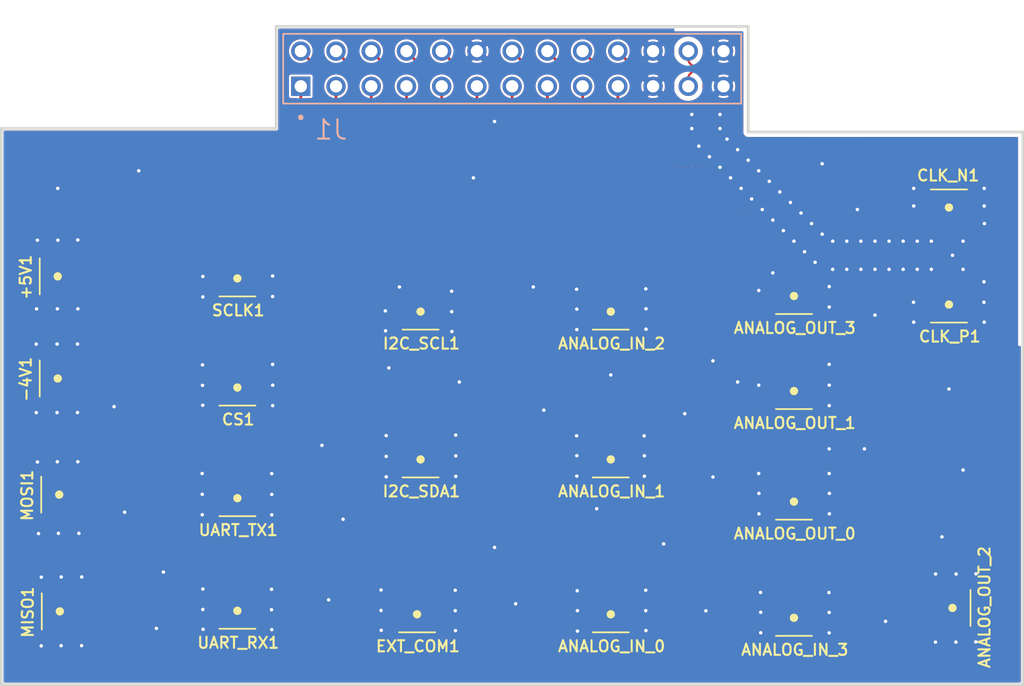
<source format=kicad_pcb>
(kicad_pcb (version 20211014) (generator pcbnew)
  (layers (0 "F.Cu" signal) (1 "In1.Cu" signal) (2 "In2.Cu" signal) (31 "B.Cu" signal) (34 "B.Paste" user) (35 "F.Paste" user) (36 "B.SilkS" user "B.Silkscreen") (37 "F.SilkS" user "F.Silkscreen") (38 "B.Mask" user) (39 "F.Mask" user) (44 "Edge.Cuts" user))
  (net 0 "")
  (net 1 "GND")
  (net 2 "/CLK_N")
  (net 3 "/CLK_P")
  (net 4 "/miso")
  (net 5 "/ext_com")
  (net 6 "/cs")
  (net 7 "/uart_rx")
  (net 8 "/ao1")
  (net 9 "/ai3")
  (net 10 "/i2c_sda")
  (net 11 "/ao3")
  (net 12 "/ao2")
  (net 13 "/m4v")
  (net 14 "/i2c_scl")
  (net 15 "/p5v")
  (net 16 "/mosi")
  (net 17 "/sclk")
  (net 18 "/uart_tx")
  (net 19 "/ai2")
  (net 20 "/ao0")
  (net 21 "/ai1")
  (net 22 "/ai0")
  (footprint "U:HRS_U.FL-R-SMT-1(10)" (layer "F.Cu") (at 153.67 50.184 180)
    (fp_text reference "ANALOG_OUT_1")
    (fp_text value "U.FL-R-SMT-1(10)" hide)
  )
  (footprint "U:HRS_U.FL-R-SMT-1(10)" (layer "F.Cu") (at 100.584 41.91 90)
    (fp_text reference "+5V1")
    (fp_text value "U.FL-R-SMT-1(10)" hide)
  )
  (footprint "U:HRS_U.FL-R-SMT-1(10)" (layer "F.Cu") (at 126.746 55.118 180)
    (fp_text reference "I2C_SDA1")
    (fp_text value "U.FL-R-SMT-1(10)" hide)
  )
  (footprint "U:HRS_U.FL-R-SMT-1(10)" (layer "F.Cu") (at 153.67 66.548 180)
    (fp_text reference "ANALOG_IN_3")
    (fp_text value "U.FL-R-SMT-1(10)" hide)
  )
  (footprint "U:HRS_U.FL-R-SMT-1(10)" (layer "F.Cu") (at 100.584 49.276 90)
    (fp_text reference "-4V1")
    (fp_text value "U.FL-R-SMT-1(10)" hide)
  )
  (footprint "U:HRS_U.FL-R-SMT-1(10)" (layer "F.Cu") (at 113.538 66.04 180)
    (fp_text reference "UART_RX1")
    (fp_text value "U.FL-R-SMT-1(10)" hide)
  )
  (footprint "U:HRS_U.FL-R-SMT-1(10)" (layer "F.Cu") (at 140.462 66.294 180)
    (fp_text reference "ANALOG_IN_0")
    (fp_text value "U.FL-R-SMT-1(10)" hide)
  )
  (footprint "U:HRS_U.FL-R-SMT-1(10)" (layer "F.Cu") (at 113.538 57.912 180)
    (fp_text reference "UART_TX1")
    (fp_text value "U.FL-R-SMT-1(10)" hide)
  )
  (footprint "U:HRS_U.FL-R-SMT-1(10)" (layer "F.Cu") (at 126.492 66.294 180)
    (fp_text reference "EXT_COM1")
    (fp_text value "U.FL-R-SMT-1(10)" hide)
  )
  (footprint "U:HRS_U.FL-R-SMT-1(10)" (layer "F.Cu") (at 100.692 57.658 90)
    (fp_text reference "MOSI1")
    (fp_text value "U.FL-R-SMT-1(10)" hide)
  )
  (footprint "U:HRS_U.FL-R-SMT-1(10)" (layer "F.Cu") (at 140.462 55.118 180)
    (fp_text reference "ANALOG_IN_1")
    (fp_text value "U.FL-R-SMT-1(10)" hide)
  )
  (footprint "U:HRS_U.FL-R-SMT-1(10)" (layer "F.Cu") (at 140.462 44.45 180)
    (fp_text reference "ANALOG_IN_2")
    (fp_text value "U.FL-R-SMT-1(10)" hide)
  )
  (footprint "U:HRS_U.FL-R-SMT-1(10)" (layer "F.Cu") (at 164.846 36.938)
    (fp_text reference "CLK_N1")
    (fp_text value "U.FL-R-SMT-1(10)" hide)
  )
  (footprint "U:HRS_U.FL-R-SMT-1(10)" (layer "F.Cu") (at 165.1 65.835 -90)
    (fp_text reference "ANALOG_OUT_2")
    (fp_text value "U.FL-R-SMT-1(10)" hide)
  )
  (footprint "U:HRS_U.FL-R-SMT-1(10)" (layer "F.Cu") (at 113.538 49.93 180)
    (fp_text reference "CS1")
    (fp_text value "U.FL-R-SMT-1(10)" hide)
  )
  (footprint "U:HRS_U.FL-R-SMT-1(10)" (layer "F.Cu") (at 153.67 58.166 180)
    (fp_text reference "ANALOG_OUT_0")
    (fp_text value "U.FL-R-SMT-1(10)" hide)
  )
  (footprint "U:HRS_U.FL-R-SMT-1(10)" (layer "F.Cu") (at 100.733 66.083 90)
    (fp_text reference "MISO1")
    (fp_text value "U.FL-R-SMT-1(10)" hide)
  )
  (footprint "U:HRS_U.FL-R-SMT-1(10)" (layer "F.Cu") (at 153.67 43.326 180)
    (fp_text reference "ANALOG_OUT_3")
    (fp_text value "U.FL-R-SMT-1(10)" hide)
  )
  (footprint "U:HRS_U.FL-R-SMT-1(10)" (layer "F.Cu") (at 164.846 43.942 180)
    (fp_text reference "CLK_P1")
    (fp_text value "U.FL-R-SMT-1(10)" hide)
  )
  (footprint "U:HRS_U.FL-R-SMT-1(10)" (layer "F.Cu") (at 113.538 42.056 180)
    (fp_text reference "SCLK1")
    (fp_text value "U.FL-R-SMT-1(10)" hide)
  )
  (footprint "U:HRS_U.FL-R-SMT-1(10)" (layer "F.Cu") (at 126.746 44.45 180)
    (fp_text reference "I2C_SCL1")
    (fp_text value "U.FL-R-SMT-1(10)" hide)
  )
  (footprint "6-534206-3:TE_6-534206-3" (layer "B.Cu") (at 133.35 26.924)
    (fp_text reference "J1")
    (fp_text value "6-534206-3")
  )
  (gr_line (start 96.52 31.242) (end 96.52 71.374) (layer "Edge.Cuts") (width 0.2))
  (gr_line (start 170.18 71.374) (end 170.18 31.496) (layer "Edge.Cuts") (width 0.2))
  (gr_line (start 96.52 71.374) (end 170.18 71.374) (layer "Edge.Cuts") (width 0.2))
  (gr_line (start 116.332 23.876) (end 116.332 31.242) (layer "Edge.Cuts") (width 0.2))
  (gr_line (start 96.52 31.242) (end 116.332 31.242) (layer "Edge.Cuts") (width 0.2))
  (gr_line (start 150.368 23.876) (end 116.332 23.876) (layer "Edge.Cuts") (width 0.2))
  (gr_line (start 150.368 31.496) (end 170.18 31.496) (layer "Edge.Cuts") (width 0.2))
  (gr_line (start 150.368 23.876) (end 150.368 31.496) (layer "Edge.Cuts") (width 0.2))
  (via (at 152.146 37.846) (size 0.6) (drill 0.25) (layers "F.Cu" "B.Cu") (net 1))
  (via (at 135.636 51.562) (size 0.6) (drill 0.25) (layers "F.Cu" "B.Cu") (net 1))
  (via (at 162.306 45.212) (size 0.6) (drill 0.25) (layers "F.Cu" "B.Cu") (net 1))
  (via (at 102.108 60.452) (size 0.6) (drill 0.25) (layers "F.Cu" "B.Cu") (net 1))
  (via (at 100.837 63.6) (size 0.6) (drill 0.25) (layers "F.Cu" "B.Cu") (net 1))
  (via (at 150.622 36.322) (size 0.6) (drill 0.25) (layers "F.Cu" "B.Cu") (net 1))
  (via (at 147.32 66.04) (size 0.6) (drill 0.25) (layers "F.Cu" "B.Cu") (net 1))
  (via (at 140.462 49.022) (size 0.6) (drill 0.25) (layers "F.Cu" "B.Cu") (net 1))
  (via (at 161.544 41.402) (size 0.6) (drill 0.25) (layers "F.Cu" "B.Cu") (net 1))
  (via (at 165.862 41.402) (size 0.6) (drill 0.25) (layers "F.Cu" "B.Cu") (net 1))
  (via (at 138.012 56.324) (size 0.6) (drill 0.25) (layers "F.Cu" "B.Cu") (net 1))
  (via (at 165.862 55.88) (size 0.6) (drill 0.25) (layers "F.Cu" "B.Cu") (net 1))
  (via (at 151.892 35.052) (size 0.6) (drill 0.25) (layers "F.Cu" "B.Cu") (net 1))
  (via (at 129.261 67.4686) (size 0.6) (drill 0.25) (layers "F.Cu" "B.Cu") (net 1))
  (via (at 129.281 53.3636) (size 0.6) (drill 0.25) (layers "F.Cu" "B.Cu") (net 1))
  (via (at 99.198 60.467) (size 0.6) (drill 0.25) (layers "F.Cu" "B.Cu") (net 1))
  (via (at 163.576 39.37) (size 0.6) (drill 0.25) (layers "F.Cu" "B.Cu") (net 1))
  (via (at 111.047 41.915) (size 0.6) (drill 0.25) (layers "F.Cu" "B.Cu") (net 1))
  (via (at 100.584 35.56) (size 0.6) (drill 0.25) (layers "F.Cu" "B.Cu") (net 1))
  (via (at 100.827 68.555) (size 0.6) (drill 0.25) (layers "F.Cu" "B.Cu") (net 1))
  (via (at 99.402 63.615) (size 0.6) (drill 0.25) (layers "F.Cu" "B.Cu") (net 1))
  (via (at 107.696 67.31) (size 0.6) (drill 0.25) (layers "F.Cu" "B.Cu") (net 1))
  (via (at 129.246 66.0336) (size 0.6) (drill 0.25) (layers "F.Cu" "B.Cu") (net 1))
  (via (at 156.215 42.648) (size 0.6) (drill 0.25) (layers "F.Cu" "B.Cu") (net 1))
  (via (at 147.828 56.388) (size 0.6) (drill 0.25) (layers "F.Cu" "B.Cu") (net 1))
  (via (at 116.001 64.4886) (size 0.6) (drill 0.25) (layers "F.Cu" "B.Cu") (net 1))
  (via (at 116.018 57.643) (size 0.6) (drill 0.25) (layers "F.Cu" "B.Cu") (net 1))
  (via (at 102.008 46.791) (size 0.6) (drill 0.25) (layers "F.Cu" "B.Cu") (net 1))
  (via (at 116.083 51.235) (size 0.6) (drill 0.25) (layers "F.Cu" "B.Cu") (net 1))
  (via (at 99.033 46.796) (size 0.6) (drill 0.25) (layers "F.Cu" "B.Cu") (net 1))
  (via (at 116.013 56.143) (size 0.6) (drill 0.25) (layers "F.Cu" "B.Cu") (net 1))
  (via (at 144.272 61.214) (size 0.6) (drill 0.25) (layers "F.Cu" "B.Cu") (net 1))
  (via (at 162.56 41.402) (size 0.6) (drill 0.25) (layers "F.Cu" "B.Cu") (net 1))
  (via (at 150.368 33.528) (size 0.6) (drill 0.25) (layers "F.Cu" "B.Cu") (net 1))
  (via (at 167.386 45.212) (size 0.6) (drill 0.25) (layers "F.Cu" "B.Cu") (net 1))
  (via (at 151.259 64.715) (size 0.6) (drill 0.25) (layers "F.Cu" "B.Cu") (net 1))
  (via (at 151.145 59.044) (size 0.6) (drill 0.25) (layers "F.Cu" "B.Cu") (net 1))
  (via (at 156.209 66.16) (size 0.6) (drill 0.25) (layers "F.Cu" "B.Cu") (net 1))
  (via (at 163.884 63.3868) (size 0.6) (drill 0.25) (layers "F.Cu" "B.Cu") (net 1))
  (via (at 102.03 55.285) (size 0.6) (drill 0.25) (layers "F.Cu" "B.Cu") (net 1))
  (via (at 116.083 49.76) (size 0.6) (drill 0.25) (layers "F.Cu" "B.Cu") (net 1))
  (via (at 158.496 41.402) (size 0.6) (drill 0.25) (layers "F.Cu" "B.Cu") (net 1))
  (via (at 129.286 56.3386) (size 0.6) (drill 0.25) (layers "F.Cu" "B.Cu") (net 1))
  (via (at 102.033 44.251) (size 0.6) (drill 0.25) (layers "F.Cu" "B.Cu") (net 1))
  (via (at 111.046 64.4686) (size 0.6) (drill 0.25) (layers "F.Cu" "B.Cu") (net 1))
  (via (at 124.271 54.8986) (size 0.6) (drill 0.25) (layers "F.Cu" "B.Cu") (net 1))
  (via (at 156.464 41.402) (size 0.6) (drill 0.25) (layers "F.Cu" "B.Cu") (net 1))
  (via (at 137.997 53.414) (size 0.6) (drill 0.25) (layers "F.Cu" "B.Cu") (net 1))
  (via (at 124.46 48.514) (size 0.6) (drill 0.25) (layers "F.Cu" "B.Cu") (net 1))
  (via (at 99.058 44.256) (size 0.6) (drill 0.25) (layers "F.Cu" "B.Cu") (net 1))
  (via (at 151.145 57.569) (size 0.6) (drill 0.25) (layers "F.Cu" "B.Cu") (net 1))
  (via (at 154.94 38.1) (size 0.6) (drill 0.25) (layers "F.Cu" "B.Cu") (net 1))
  (via (at 153.416 36.576) (size 0.6) (drill 0.25) (layers "F.Cu" "B.Cu") (net 1))
  (via (at 108.204 63.246) (size 0.6) (drill 0.25) (layers "F.Cu" "B.Cu") (net 1))
  (via (at 153.67 39.37) (size 0.6) (drill 0.25) (layers "F.Cu" "B.Cu") (net 1))
  (via (at 129.286 54.8636) (size 0.6) (drill 0.25) (layers "F.Cu" "B.Cu") (net 1))
  (via (at 148.336 31.242) (size 0.6) (drill 0.25) (layers "F.Cu" "B.Cu") (net 1))
  (via (at 151.13 34.29) (size 0.6) (drill 0.25) (layers "F.Cu" "B.Cu") (net 1))
  (via (at 129.246 64.5586) (size 0.6) (drill 0.25) (layers "F.Cu" "B.Cu") (net 1))
  (via (at 158.75 54.356) (size 0.6) (drill 0.25) (layers "F.Cu" "B.Cu") (net 1))
  (via (at 156.194 64.725) (size 0.6) (drill 0.25) (layers "F.Cu" "B.Cu") (net 1))
  (via (at 120.118092 65.250947) (size 0.6) (drill 0.25) (layers "F.Cu" "B.Cu") (net 1))
  (via (at 129.004 45.89) (size 0.6) (drill 0.25) (layers "F.Cu" "B.Cu") (net 1))
  (via (at 102.302 68.555) (size 0.6) (drill 0.25) (layers "F.Cu" "B.Cu") (net 1))
  (via (at 148.336 30.226) (size 0.6) (drill 0.25) (layers "F.Cu" "B.Cu") (net 1))
  (via (at 142.882 56.329) (size 0.6) (drill 0.25) (layers "F.Cu" "B.Cu") (net 1))
  (via (at 165.349 68.3018) (size 0.6) (drill 0.25) (layers "F.Cu" "B.Cu") (net 1))
  (via (at 111.003 59.109) (size 0.6) (drill 0.25) (layers "F.Cu" "B.Cu") (net 1))
  (via (at 167.401 38.1) (size 0.6) (drill 0.25) (layers "F.Cu" "B.Cu") (net 1))
  (via (at 155.702 38.862) (size 0.6) (drill 0.25) (layers "F.Cu" "B.Cu") (net 1))
  (via (at 156.209 67.635) (size 0.6) (drill 0.25) (layers "F.Cu" "B.Cu") (net 1))
  (via (at 99.12 55.3) (size 0.6) (drill 0.25) (layers "F.Cu" "B.Cu") (net 1))
  (via (at 166.794 63.3718) (size 0.6) (drill 0.25) (layers "F.Cu" "B.Cu") (net 1))
  (via (at 163.874 68.3018) (size 0.6) (drill 0.25) (layers "F.Cu" "B.Cu") (net 1))
  (via (at 149.606 32.766) (size 0.6) (drill 0.25) (layers "F.Cu" "B.Cu") (net 1))
  (via (at 164.846 50.038) (size 0.6) (drill 0.25) (layers "F.Cu" "B.Cu") (net 1))
  (via (at 156.215 49.76) (size 0.6) (drill 0.25) (layers "F.Cu" "B.Cu") (net 1))
  (via (at 99.392 68.57) (size 0.6) (drill 0.25) (layers "F.Cu" "B.Cu") (net 1))
  (via (at 162.306 35.56) (size 0.6) (drill 0.25) (layers "F.Cu" "B.Cu") (net 1))
  (via (at 128.989 44.455) (size 0.6) (drill 0.25) (layers "F.Cu" "B.Cu") (net 1))
  (via (at 152.908 38.608) (size 0.6) (drill 0.25) (layers "F.Cu" "B.Cu") (net 1))
  (via (at 160.528 41.402) (size 0.6) (drill 0.25) (layers "F.Cu" "B.Cu") (net 1))
  (via (at 124.271 56.3736) (size 0.6) (drill 0.25) (layers "F.Cu" "B.Cu") (net 1))
  (via (at 110.998 56.134) (size 0.6) (drill 0.25) (layers "F.Cu" "B.Cu") (net 1))
  (via (at 111.023 48.299) (size 0.6) (drill 0.25) (layers "F.Cu" "B.Cu") (net 1))
  (via (at 146.304 30.226) (size 0.6) (drill 0.25) (layers "F.Cu" "B.Cu") (net 1))
  (via (at 148.844 32.004) (size 0.6) (drill 0.25) (layers "F.Cu" "B.Cu") (net 1))
  (via (at 129.54 49.53) (size 0.6) (drill 0.25) (layers "F.Cu" "B.Cu") (net 1))
  (via (at 121.158 59.436) (size 0.6) (drill 0.25) (layers "F.Cu" "B.Cu") (net 1))
  (via (at 156.464 39.37) (size 0.6) (drill 0.25) (layers "F.Cu" "B.Cu") (net 1))
  (via (at 165.1 40.386) (size 0.6) (drill 0.25) (layers "F.Cu" "B.Cu") (net 1))
  (via (at 142.882 54.854) (size 0.6) (drill 0.25) (layers "F.Cu" "B.Cu") (net 1))
  (via (at 160.274 66.802) (size 0.6) (drill 0.25) (layers "F.Cu" "B.Cu") (net 1))
  (via (at 149.098 34.798) (size 0.6) (drill 0.25) (layers "F.Cu" "B.Cu") (net 1))
  (via (at 100.555 55.285) (size 0.6) (drill 0.25) (layers "F.Cu" "B.Cu") (net 1))
  (via (at 156.215 44.123) (size 0.6) (drill 0.25) (layers "F.Cu" "B.Cu") (net 1))
  (via (at 165.862 39.37) (size 0.6) (drill 0.25) (layers "F.Cu" "B.Cu") (net 1))
  (via (at 104.648 51.308) (size 0.6) (drill 0.25) (layers "F.Cu" "B.Cu") (net 1))
  (via (at 154.178 37.338) (size 0.6) (drill 0.25) (layers "F.Cu" "B.Cu") (net 1))
  (via (at 123.896 66.0136) (size 0.6) (drill 0.25) (layers "F.Cu" "B.Cu") (net 1))
  (via (at 138.041 64.595) (size 0.6) (drill 0.25) (layers "F.Cu" "B.Cu") (net 1))
  (via (at 128.989 42.98) (size 0.6) (drill 0.25) (layers "F.Cu" "B.Cu") (net 1))
  (via (at 156.215 51.235) (size 0.6) (drill 0.25) (layers "F.Cu" "B.Cu") (net 1))
  (via (at 142.981 64.555) (size 0.6) (drill 0.25) (layers "F.Cu" "B.Cu") (net 1))
  (via (at 124.266 53.3986) (size 0.6) (drill 0.25) (layers "F.Cu" "B.Cu") (net 1))
  (via (at 138.012 45.7476) (size 0.6) (drill 0.25) (layers "F.Cu" "B.Cu") (net 1))
  (via (at 156.225 59.044) (size 0.6) (drill 0.25) (layers "F.Cu" "B.Cu") (net 1))
  (via (at 162.306 36.83) (size 0.6) (drill 0.25) (layers "F.Cu" "B.Cu") (net 1))
  (via (at 161.544 39.37) (size 0.6) (drill 0.25) (layers "F.Cu" "B.Cu") (net 1))
  (via (at 162.56 39.37) (size 0.6) (drill 0.25) (layers "F.Cu" "B.Cu") (net 1))
  (via (at 116.077 43.36) (size 0.6) (drill 0.25) (layers "F.Cu" "B.Cu") (net 1))
  (via (at 132.08 30.734) (size 0.6) (drill 0.25) (layers "F.Cu" "B.Cu") (net 1))
  (via (at 151.274 67.625) (size 0.6) (drill 0.25) (layers "F.Cu" "B.Cu") (net 1))
  (via (at 156.21 54.356) (size 0.6) (drill 0.25) (layers "F.Cu" "B.Cu") (net 1))
  (via (at 149.606 49.53) (size 0.6) (drill 0.25) (layers "F.Cu" "B.Cu") (net 1))
  (via (at 159.512 39.37) (size 0.6) (drill 0.25) (layers "F.Cu" "B.Cu") (net 1))
  (via (at 167.386 35.56) (size 0.6) (drill 0.25) (layers "F.Cu" "B.Cu") (net 1))
  (via (at 149.86 35.56) (size 0.6) (drill 0.25) (layers "F.Cu" "B.Cu") (net 1))
  (via (at 156.21 56.134) (size 0.6) (drill 0.25) (layers "F.Cu" "B.Cu") (net 1))
  (via (at 100.533 51.736) (size 0.6) (drill 0.25) (layers "F.Cu" "B.Cu") (net 1))
  (via (at 105.41 58.928) (size 0.6) (drill 0.25) (layers "F.Cu" "B.Cu") (net 1))
  (via (at 143.002 44.245) (size 0.6) (drill 0.25) (layers "F.Cu" "B.Cu") (net 1))
  (via (at 111.061 67.3786) (size 0.6) (drill 0.25) (layers "F.Cu" "B.Cu") (net 1))
  (via (at 116.016 67.3986) (size 0.6) (drill 0.25) (layers "F.Cu" "B.Cu") (net 1))
  (via (at 167.386 36.83) (size 0.6) (drill 0.25) (layers "F.Cu" "B.Cu") (net 1))
  (via (at 134.874 42.672) (size 0.6) (drill 0.25) (layers "F.Cu" "B.Cu") (net 1))
  (via (at 102.028 39.281) (size 0.6) (drill 0.25) (layers "F.Cu" "B.Cu") (net 1))
  (via (at 143.002 45.72) (size 0.6) (drill 0.25) (layers "F.Cu" "B.Cu") (net 1))
  (via (at 124.206 44.401) (size 0.6) (drill 0.25) (layers "F.Cu" "B.Cu") (net 1))
  (via (at 159.512 41.402) (size 0.6) (drill 0.25) (layers "F.Cu" "B.Cu") (net 1))
  (via (at 106.426 34.29) (size 0.6) (drill 0.25) (layers "F.Cu" "B.Cu") (net 1))
  (via (at 167.371 42.302) (size 0.6) (drill 0.25) (layers "F.Cu" "B.Cu") (net 1))
  (via (at 157.48 41.402) (size 0.6) (drill 0.25) (layers "F.Cu" "B.Cu") (net 1))
  (via (at 146.304 31.242) (size 0.6) (drill 0.25) (layers "F.Cu" "B.Cu") (net 1))
  (via (at 100.533 46.791) (size 0.6) (drill 0.25) (layers "F.Cu" "B.Cu") (net 1))
  (via (at 142.867 53.419) (size 0.6) (drill 0.25) (layers "F.Cu" "B.Cu") (net 1))
  (via (at 124.221 45.836) (size 0.6) (drill 0.25) (layers "F.Cu" "B.Cu") (net 1))
  (via (at 138.012 44.2726) (size 0.6) (drill 0.25) (layers "F.Cu" "B.Cu") (net 1))
  (via (at 116.077 41.885) (size 0.6) (drill 0.25) (layers "F.Cu" "B.Cu") (net 1))
  (via (at 138.012 54.849) (size 0.6) (drill 0.25) (layers "F.Cu" "B.Cu") (net 1))
  (via (at 163.576 41.402) (size 0.6) (drill 0.25) (layers "F.Cu" "B.Cu") (net 1))
  (via (at 100.593 39.296) (size 0.6) (drill 0.25) (layers "F.Cu" "B.Cu") (net 1))
  (via (at 158.242 37.084) (size 0.6) (drill 0.25) (layers "F.Cu" "B.Cu") (net 1))
  (via (at 151.135 49.76) (size 0.6) (drill 0.25) (layers "F.Cu" "B.Cu") (net 1))
  (via (at 147.574 33.274) (size 0.6) (drill 0.25) (layers "F.Cu" "B.Cu") (net 1))
  (via (at 142.987 42.81) (size 0.6) (drill 0.25) (layers "F.Cu" "B.Cu") (net 1))
  (via (at 160.528 39.37) (size 0.6) (drill 0.25) (layers "F.Cu" "B.Cu") (net 1))
  (via (at 167.371 43.777) (size 0.6) (drill 0.25) (layers "F.Cu" "B.Cu") (net 1))
  (via (at 152.146 41.656) (size 0.6) (drill 0.25) (layers "F.Cu" "B.Cu") (net 1))
  (via (at 116.001 65.9636) (size 0.6) (drill 0.25) (layers "F.Cu" "B.Cu") (net 1))
  (via (at 156.225 57.569) (size 0.6) (drill 0.25) (layers "F.Cu" "B.Cu") (net 1))
  (via (at 157.48 39.37) (size 0.6) (drill 0.25) (layers "F.Cu" "B.Cu") (net 1))
  (via (at 102.312 63.6) (size 0.6) (drill 0.25) (layers "F.Cu" "B.Cu") (net 1))
  (via (at 154.432 40.132) (size 0.6) (drill 0.25) (layers "F.Cu" "B.Cu") (net 1))
  (via (at 132.08 61.468) (size 0.6) (drill 0.25) (layers "F.Cu" "B.Cu") (net 1))
  (via (at 142.996 67.465) (size 0.6) (drill 0.25) (layers "F.Cu" "B.Cu") (net 1))
  (via (at 151.274 66.15) (size 0.6) (drill 0.25) (layers "F.Cu" "B.Cu") (net 1))
  (via (at 159.512 44.704) (size 0.6) (drill 0.25) (layers "F.Cu" "B.Cu") (net 1))
  (via (at 125.222 42.672) (size 0.6) (drill 0.25) (layers "F.Cu" "B.Cu") (net 1))
  (via (at 151.384 37.084) (size 0.6) (drill 0.25) (layers "F.Cu" "B.Cu") (net 1))
  (via (at 123.911 67.4486) (size 0.6) (drill 0.25) (layers "F.Cu" "B.Cu") (net 1))
  (via (at 100.558 44.251) (size 0.6) (drill 0.25) (layers "F.Cu" "B.Cu") (net 1))
  (via (at 145.796 51.816) (size 0.6) (drill 0.25) (layers "F.Cu" "B.Cu") (net 1))
  (via (at 116.018 59.118) (size 0.6) (drill 0.25) (layers "F.Cu" "B.Cu") (net 1))
  (via (at 111.046 65.9436) (size 0.6) (drill 0.25) (layers "F.Cu" "B.Cu") (net 1))
  (via (at 99.118 39.296) (size 0.6) (drill 0.25) (layers "F.Cu" "B.Cu") (net 1))
  (via (at 138.056 66.03) (size 0.6) (drill 0.25) (layers "F.Cu" "B.Cu") (net 1))
  (via (at 142.981 66.03) (size 0.6) (drill 0.25) (layers "F.Cu" "B.Cu") (net 1))
  (via (at 111.023 49.774) (size 0.6) (drill 0.25) (layers "F.Cu" "B.Cu") (net 1))
  (via (at 139.446 58.674) (size 0.6) (drill 0.25) (layers "F.Cu" "B.Cu") (net 1))
  (via (at 147.828 48.006) (size 0.6) (drill 0.25) (layers "F.Cu" "B.Cu") (net 1))
  (via (at 158.496 39.37) (size 0.6) (drill 0.25) (layers "F.Cu" "B.Cu") (net 1))
  (via (at 164.338 60.706) (size 0.6) (drill 0.25) (layers "F.Cu" "B.Cu") (net 1))
  (via (at 138.056 67.505) (size 0.6) (drill 0.25) (layers "F.Cu" "B.Cu") (net 1))
  (via (at 152.654 35.814) (size 0.6) (drill 0.25) (layers "F.Cu" "B.Cu") (net 1))
  (via (at 151.13 56.134) (size 0.6) (drill 0.25) (layers "F.Cu" "B.Cu") (net 1))
  (via (at 155.702 33.782) (size 0.6) (drill 0.25) (layers "F.Cu" "B.Cu") (net 1))
  (via (at 151.135 42.926) (size 0.6) (drill 0.25) (layers "F.Cu" "B.Cu") (net 1))
  (via (at 102.008 51.736) (size 0.6) (drill 0.25) (layers "F.Cu" "B.Cu") (net 1))
  (via (at 155.194 40.894) (size 0.6) (drill 0.25) (layers "F.Cu" "B.Cu") (net 1))
  (via (at 148.336 34.036) (size 0.6) (drill 0.25) (layers "F.Cu" "B.Cu") (net 1))
  (via (at 162.291 43.777) (size 0.6) (drill 0.25) (layers "F.Cu" "B.Cu") (net 1))
  (via (at 111.047 43.39) (size 0.6) (drill 0.25) (layers "F.Cu" "B.Cu") (net 1))
  (via (at 116.078 48.26) (size 0.6) (drill 0.25) (layers "F.Cu" "B.Cu") (net 1))
  (via (at 165.359 63.3868) (size 0.6) (drill 0.25) (layers "F.Cu" "B.Cu") (net 1))
  (via (at 119.634 54.102) (size 0.6) (drill 0.25) (layers "F.Cu" "B.Cu") (net 1))
  (via (at 130.556 34.798) (size 0.6) (drill 0.25) (layers "F.Cu" "B.Cu") (net 1))
  (via (at 166.784 68.2868) (size 0.6) (drill 0.25) (layers "F.Cu" "B.Cu") (net 1))
  (via (at 100.633 60.452) (size 0.6) (drill 0.25) (layers "F.Cu" "B.Cu") (net 1))
  (via (at 156.21 48.26) (size 0.6) (drill 0.25) (layers "F.Cu" "B.Cu") (net 1))
  (via (at 111.003 57.634) (size 0.6) (drill 0.25) (layers "F.Cu" "B.Cu") (net 1))
  (via (at 123.896 64.5386) (size 0.6) (drill 0.25) (layers "F.Cu" "B.Cu") (net 1))
  (via (at 146.812 32.512) (size 0.6) (drill 0.25) (layers "F.Cu" "B.Cu") (net 1))
  (via (at 137.997 42.8376) (size 0.6) (drill 0.25) (layers "F.Cu" "B.Cu") (net 1))
  (via (at 111.038 51.209) (size 0.6) (drill 0.25) (layers "F.Cu" "B.Cu") (net 1))
  (via (at 133.604 65.532) (size 0.6) (drill 0.25) (layers "F.Cu" "B.Cu") (net 1))
  (via (at 99.033 51.741) (size 0.6) (drill 0.25) (layers "F.Cu" "B.Cu") (net 1))
  (segment (start 146.548985 26.7493) (end 146.850322 26.7493) (width 0.1524) (layer "F.Cu") (net 2))
  (segment (start 147.4947 27.393678) (end 147.4947 28.082568) (width 0.1524) (layer "F.Cu") (net 2))
  (segment (start 147.787593 31.970529) (end 155.735471 39.918407) (width 0.1524) (layer "F.Cu") (net 2))
  (segment (start 146.167158 26.533158) (end 146.266143 26.632143) (width 0.1524) (layer "F.Cu") (net 2))
  (segment (start 147.133165 26.866458) (end 147.377543 27.110836) (width 0.1524) (layer "F.Cu") (net 2))
  (segment (start 147.4947 28.082568) (end 147.4947 31.263422) (width 0.1524) (layer "F.Cu") (net 2))
  (segment (start 156.442578 40.2113) (end 163.844486 40.2113) (width 0.1524) (layer "F.Cu") (net 2))
  (segment (start 164.551593 39.918407) (end 164.553107 39.916893) (width 0.1524) (layer "F.Cu") (net 2))
  (segment (start 164.846 39.209786) (end 164.846 38.463) (width 0.1524) (layer "F.Cu") (net 2))
  (segment (start 146.05 25.654) (end 146.05 26.250315) (width 0.1524) (layer "F.Cu") (net 2))
  (arc (start 146.850322 26.7493) (mid 147.003396 26.779748) (end 147.133165 26.866458) (width 0.1524) (layer "F.Cu") (net 2))
  (arc (start 146.266143 26.632143) (mid 146.395912 26.718852) (end 146.548985 26.7493) (width 0.1524) (layer "F.Cu") (net 2))
  (arc (start 164.553107 39.916893) (mid 164.76988 39.59247) (end 164.846 39.209786) (width 0.1524) (layer "F.Cu") (net 2))
  (arc (start 146.05 26.250315) (mid 146.080449 26.403389) (end 146.167158 26.533158) (width 0.1524) (layer "F.Cu") (net 2))
  (arc (start 147.377543 27.110836) (mid 147.464252 27.240605) (end 147.4947 27.393678) (width 0.1524) (layer "F.Cu") (net 2))
  (arc (start 163.844486 40.2113) (mid 164.22717 40.13518) (end 164.551593 39.918407) (width 0.1524) (layer "F.Cu") (net 2))
  (arc (start 147.4947 31.263422) (mid 147.57082 31.646105) (end 147.787593 31.970529) (width 0.1524) (layer "F.Cu") (net 2))
  (arc (start 155.735471 39.918407) (mid 156.059894 40.13518) (end 156.442578 40.2113) (width 0.1524) (layer "F.Cu") (net 2))
  (segment (start 146.548985 27.0987) (end 146.705594 27.0987) (width 0.1524) (layer "F.Cu") (net 3))
  (segment (start 164.846 41.562214) (end 164.846 42.417) (width 0.1524) (layer "F.Cu") (net 3))
  (segment (start 146.988437 27.215858) (end 147.028143 27.255564) (width 0.1524) (layer "F.Cu") (net 3))
  (segment (start 146.167158 27.314842) (end 146.266143 27.215857) (width 0.1524) (layer "F.Cu") (net 3))
  (segment (start 164.551593 40.853593) (end 164.553107 40.855107) (width 0.1524) (layer "F.Cu") (net 3))
  (segment (start 147.1453 28.227296) (end 147.1453 31.40815) (width 0.1524) (layer "F.Cu") (net 3))
  (segment (start 147.1453 27.538406) (end 147.1453 28.227296) (width 0.1524) (layer "F.Cu") (net 3))
  (segment (start 146.05 28.194) (end 146.05 27.597685) (width 0.1524) (layer "F.Cu") (net 3))
  (segment (start 147.438193 32.115257) (end 155.590743 40.267807) (width 0.1524) (layer "F.Cu") (net 3))
  (segment (start 156.29785 40.5607) (end 163.844486 40.5607) (width 0.1524) (layer "F.Cu") (net 3))
  (arc (start 146.266143 27.215857) (mid 146.395912 27.129148) (end 146.548985 27.0987) (width 0.1524) (layer "F.Cu") (net 3))
  (arc (start 155.590743 40.267807) (mid 155.915166 40.48458) (end 156.29785 40.5607) (width 0.1524) (layer "F.Cu") (net 3))
  (arc (start 164.553107 40.855107) (mid 164.76988 41.17953) (end 164.846 41.562214) (width 0.1524) (layer "F.Cu") (net 3))
  (arc (start 163.844486 40.5607) (mid 164.22717 40.63682) (end 164.551593 40.853593) (width 0.1524) (layer "F.Cu") (net 3))
  (arc (start 146.705594 27.0987) (mid 146.858668 27.129149) (end 146.988437 27.215858) (width 0.1524) (layer "F.Cu") (net 3))
  (arc (start 146.05 27.597685) (mid 146.080448 27.444611) (end 146.167158 27.314842) (width 0.1524) (layer "F.Cu") (net 3))
  (arc (start 147.1453 31.40815) (mid 147.22142 31.790833) (end 147.438193 32.115257) (width 0.1524) (layer "F.Cu") (net 3))
  (arc (start 147.028143 27.255564) (mid 147.114852 27.385333) (end 147.1453 27.538406) (width 0.1524) (layer "F.Cu") (net 3))
  (segment (start 108.712 58.193359) (end 108.712 43.660641) (width 0.2) (layer "F.Cu") (net 4))
  (segment (start 102.258 66.083) (end 102.258 65.89) (width 0.2) (layer "F.Cu") (net 4))
  (segment (start 114.018641 38.354) (end 116.613359 38.354) (width 0.2) (layer "F.Cu") (net 4))
  (segment (start 121.92 33.047359) (end 121.92 28.166641) (width 0.2) (layer "F.Cu") (net 4))
  (segment (start 118.73468 37.47532) (end 121.041321 35.168679) (width 0.2) (layer "F.Cu") (net 4))
  (segment (start 121.04132 26.04532) (end 120.65 25.654) (width 0.2) (layer "F.Cu") (net 4))
  (segment (start 109.59068 41.53932) (end 111.897321 39.232679) (width 0.2) (layer "F.Cu") (net 4))
  (segment (start 102.258 65.89) (end 107.833321 60.314679) (width 0.2) (layer "F.Cu") (net 4))
  (arc (start 121.92 33.047359) (mid 121.691639 34.195409) (end 121.041321 35.168679) (width 0.2) (layer "F.Cu") (net 4))
  (arc (start 111.897321 39.232679) (mid 112.870591 38.582361) (end 114.018641 38.354) (width 0.2) (layer "F.Cu") (net 4))
  (arc (start 109.59068 41.53932) (mid 108.940361 42.51259) (end 108.712 43.660641) (width 0.2) (layer "F.Cu") (net 4))
  (arc (start 121.92 28.166641) (mid 121.691638 27.01859) (end 121.04132 26.04532) (width 0.2) (layer "F.Cu") (net 4))
  (arc (start 107.833321 60.314679) (mid 108.483639 59.341409) (end 108.712 58.193359) (width 0.2) (layer "F.Cu") (net 4))
  (arc (start 118.73468 37.47532) (mid 117.76141 38.125639) (end 116.613359 38.354) (width 0.2) (layer "F.Cu") (net 4))
  (segment (start 131.826 55.399359) (end 131.826 33.434214) (width 0.2) (layer "F.Cu") (net 5))
  (segment (start 131.533107 32.727107) (end 131.102893 32.296893) (width 0.2) (layer "F.Cu") (net 5))
  (segment (start 127.37068 61.09732) (end 130.947321 57.520679) (width 0.2) (layer "F.Cu") (net 5))
  (segment (start 130.81 31.589786) (end 130.81 28.194) (width 0.2) (layer "F.Cu") (net 5))
  (segment (start 126.492 64.769) (end 126.492 63.218641) (width 0.2) (layer "F.Cu") (net 5))
  (arc (start 131.102893 32.296893) (mid 130.88612 31.97247) (end 130.81 31.589786) (width 0.2) (layer "F.Cu") (net 5))
  (arc (start 127.37068 61.09732) (mid 126.720361 62.07059) (end 126.492 63.218641) (width 0.2) (layer "F.Cu") (net 5))
  (arc (start 131.826 33.434214) (mid 131.74988 33.051531) (end 131.533107 32.727107) (width 0.2) (layer "F.Cu") (net 5))
  (arc (start 131.826 55.399359) (mid 131.597639 56.547409) (end 130.947321 57.520679) (width 0.2) (layer "F.Cu") (net 5))
  (segment (start 123.58132 26.04532) (end 123.19 25.654) (width 0.2) (layer "F.Cu") (net 6))
  (segment (start 114.123787 46.912213) (end 123.581321 37.454679) (width 0.2) (layer "F.Cu") (net 6))
  (segment (start 113.538 48.405) (end 113.538 48.326427) (width 0.2) (layer "F.Cu") (net 6))
  (segment (start 124.46 35.333359) (end 124.46 28.166641) (width 0.2) (layer "F.Cu") (net 6))
  (arc (start 123.58132 26.04532) (mid 124.231639 27.01859) (end 124.46 28.166641) (width 0.2) (layer "F.Cu") (net 6))
  (arc (start 123.581321 37.454679) (mid 124.231639 36.481409) (end 124.46 35.333359) (width 0.2) (layer "F.Cu") (net 6))
  (arc (start 114.123787 46.912213) (mid 113.690241 47.56106) (end 113.538 48.326427) (width 0.2) (layer "F.Cu") (net 6))
  (segment (start 121.666 54.129359) (end 121.666 45.692641) (width 0.2) (layer "F.Cu") (net 7))
  (segment (start 127 37.873359) (end 127 28.166641) (width 0.2) (layer "F.Cu") (net 7))
  (segment (start 126.12132 26.04532) (end 125.73 25.654) (width 0.2) (layer "F.Cu") (net 7))
  (segment (start 122.54468 43.57132) (end 126.121321 39.994679) (width 0.2) (layer "F.Cu") (net 7))
  (segment (start 113.538 64.515) (end 113.538 64.328427) (width 0.2) (layer "F.Cu") (net 7))
  (segment (start 114.123787 62.914213) (end 120.787321 56.250679) (width 0.2) (layer "F.Cu") (net 7))
  (arc (start 121.666 45.692641) (mid 121.894362 44.54459) (end 122.54468 43.57132) (width 0.2) (layer "F.Cu") (net 7))
  (arc (start 113.538 64.328427) (mid 113.690241 63.56306) (end 114.123787 62.914213) (width 0.2) (layer "F.Cu") (net 7))
  (arc (start 127 37.873359) (mid 126.771639 39.021409) (end 126.121321 39.994679) (width 0.2) (layer "F.Cu") (net 7))
  (arc (start 127 28.166641) (mid 126.771638 27.01859) (end 126.12132 26.04532) (width 0.2) (layer "F.Cu") (net 7))
  (arc (start 121.666 54.129359) (mid 121.437639 55.277409) (end 120.787321 56.250679) (width 0.2) (layer "F.Cu") (net 7))
  (segment (start 147.45732 39.50732) (end 140.578679 32.628679) (width 0.2) (layer "F.Cu") (net 8))
  (segment (start 153.271 48.26) (end 152.626641 48.26) (width 0.2) (layer "F.Cu") (net 8))
  (segment (start 150.50532 47.38132) (end 149.214679 46.090679) (width 0.2) (layer "F.Cu") (net 8))
  (segment (start 153.67 48.659) (end 153.271 48.26) (width 0.2) (layer "F.Cu") (net 8))
  (segment (start 138.82132 26.04532) (end 138.43 25.654) (width 0.2) (layer "F.Cu") (net 8))
  (segment (start 139.7 30.507359) (end 139.7 28.166641) (width 0.2) (layer "F.Cu") (net 8))
  (segment (start 148.336 43.969359) (end 148.336 41.628641) (width 0.2) (layer "F.Cu") (net 8))
  (arc (start 152.626641 48.26) (mid 151.47859 48.031638) (end 150.50532 47.38132) (width 0.2) (layer "F.Cu") (net 8))
  (arc (start 147.45732 39.50732) (mid 148.107639 40.48059) (end 148.336 41.628641) (width 0.2) (layer "F.Cu") (net 8))
  (arc (start 149.214679 46.090679) (mid 148.564361 45.117409) (end 148.336 43.969359) (width 0.2) (layer "F.Cu") (net 8))
  (arc (start 139.7 30.507359) (mid 139.928361 31.655409) (end 140.578679 32.628679) (width 0.2) (layer "F.Cu") (net 8))
  (arc (start 138.82132 26.04532) (mid 139.471639 27.01859) (end 139.7 28.166641) (width 0.2) (layer "F.Cu") (net 8))
  (segment (start 143.39332 41.03132) (end 138.038679 35.676679) (width 0.2) (layer "F.Cu") (net 9))
  (segment (start 137.16 33.555359) (end 137.16 28.166641) (width 0.2) (layer "F.Cu") (net 9))
  (segment (start 153.377107 64.223107) (end 145.150679 55.996679) (width 0.2) (layer "F.Cu") (net 9))
  (segment (start 153.67 65.023) (end 153.67 64.930214) (width 0.2) (layer "F.Cu") (net 9))
  (segment (start 136.28132 26.04532) (end 135.89 25.654) (width 0.2) (layer "F.Cu") (net 9))
  (segment (start 144.272 53.875359) (end 144.272 43.152641) (width 0.2) (layer "F.Cu") (net 9))
  (arc (start 145.150679 55.996679) (mid 144.500361 55.023409) (end 144.272 53.875359) (width 0.2) (layer "F.Cu") (net 9))
  (arc (start 153.377107 64.223107) (mid 153.59388 64.54753) (end 153.67 64.930214) (width 0.2) (layer "F.Cu") (net 9))
  (arc (start 136.28132 26.04532) (mid 136.931639 27.01859) (end 137.16 28.166641) (width 0.2) (layer "F.Cu") (net 9))
  (arc (start 144.272 43.152641) (mid 144.043638 42.00459) (end 143.39332 41.03132) (width 0.2) (layer "F.Cu") (net 9))
  (arc (start 138.038679 35.676679) (mid 137.388361 34.703409) (end 137.16 33.555359) (width 0.2) (layer "F.Cu") (net 9))
  (segment (start 130.048 45.747359) (end 130.048 36.783107) (width 0.2) (layer "F.Cu") (net 10))
  (segment (start 129.54 35.860893) (end 129.54 28.166641) (width 0.2) (layer "F.Cu") (net 10))
  (segment (start 128.66132 26.04532) (end 128.27 25.654) (width 0.2) (layer "F.Cu") (net 10))
  (segment (start 127.62468 49.41332) (end 129.169321 47.868679) (width 0.2) (layer "F.Cu") (net 10))
  (segment (start 126.746 53.593) (end 126.746 51.534641) (width 0.2) (layer "F.Cu") (net 10))
  (segment (start 129.901553 36.429553) (end 129.686446 36.214446) (width 0.2) (layer "F.Cu") (net 10))
  (arc (start 130.048 45.747359) (mid 129.819639 46.895409) (end 129.169321 47.868679) (width 0.2) (layer "F.Cu") (net 10))
  (arc (start 129.901553 36.429553) (mid 130.00994 36.591765) (end 130.048 36.783107) (width 0.2) (layer "F.Cu") (net 10))
  (arc (start 126.746 51.534641) (mid 126.974362 50.38659) (end 127.62468 49.41332) (width 0.2) (layer "F.Cu") (net 10))
  (arc (start 129.54 28.166641) (mid 129.311638 27.01859) (end 128.66132 26.04532) (width 0.2) (layer "F.Cu") (net 10))
  (arc (start 129.54 35.860893) (mid 129.57806 36.052234) (end 129.686446 36.214446) (width 0.2) (layer "F.Cu") (net 10))
  (segment (start 153.377107 40.855107) (end 143.118679 30.596679) (width 0.2) (layer "F.Cu") (net 11))
  (segment (start 141.36132 26.04532) (end 140.97 25.654) (width 0.2) (layer "F.Cu") (net 11))
  (segment (start 142.24 28.475359) (end 142.24 28.166641) (width 0.2) (layer "F.Cu") (net 11))
  (segment (start 153.67 41.801) (end 153.67 41.562214) (width 0.2) (layer "F.Cu") (net 11))
  (arc (start 143.118679 30.596679) (mid 142.468361 29.623409) (end 142.24 28.475359) (width 0.2) (layer "F.Cu") (net 11))
  (arc (start 153.377107 40.855107) (mid 153.59388 41.17953) (end 153.67 41.562214) (width 0.2) (layer "F.Cu") (net 11))
  (arc (start 141.36132 26.04532) (mid 142.011639 27.01859) (end 142.24 28.166641) (width 0.2) (layer "F.Cu") (net 11))
  (segment (start 149.23532 38.74532) (end 141.848679 31.358679) (width 0.2) (layer "F.Cu") (net 12))
  (segment (start 160.41132 49.15932) (end 158.612679 47.360679) (width 0.2) (layer "F.Cu") (net 12))
  (segment (start 150.114 42.699359) (end 150.114 40.866641) (width 0.2) (layer "F.Cu") (net 12))
  (segment (start 156.491359 46.482) (end 153.896641 46.482) (width 0.2) (layer "F.Cu") (net 12))
  (segment (start 163.575 65.785) (end 162.168679 64.378679) (width 0.2) (layer "F.Cu") (net 12))
  (segment (start 151.77532 45.60332) (end 150.992679 44.820679) (width 0.2) (layer "F.Cu") (net 12))
  (segment (start 163.575 65.835) (end 163.575 65.785) (width 0.2) (layer "F.Cu") (net 12))
  (segment (start 161.29 62.257359) (end 161.29 51.280641) (width 0.2) (layer "F.Cu") (net 12))
  (segment (start 140.97 29.237359) (end 140.97 28.194) (width 0.2) (layer "F.Cu") (net 12))
  (arc (start 160.41132 49.15932) (mid 161.061639 50.13259) (end 161.29 51.280641) (width 0.2) (layer "F.Cu") (net 12))
  (arc (start 140.97 29.237359) (mid 141.198361 30.385409) (end 141.848679 31.358679) (width 0.2) (layer "F.Cu") (net 12))
  (arc (start 158.612679 47.360679) (mid 157.639409 46.710361) (end 156.491359 46.482) (width 0.2) (layer "F.Cu") (net 12))
  (arc (start 153.896641 46.482) (mid 152.74859 46.253638) (end 151.77532 45.60332) (width 0.2) (layer "F.Cu") (net 12))
  (arc (start 162.168679 64.378679) (mid 161.518361 63.405409) (end 161.29 62.257359) (width 0.2) (layer "F.Cu") (net 12))
  (arc (start 150.114 40.866641) (mid 149.885638 39.71859) (end 149.23532 38.74532) (width 0.2) (layer "F.Cu") (net 12))
  (arc (start 150.114 42.699359) (mid 150.342361 43.847409) (end 150.992679 44.820679) (width 0.2) (layer "F.Cu") (net 12))
  (segment (start 119.38 30.507359) (end 119.38 28.166641) (width 0.2) (layer "F.Cu") (net 13))
  (segment (start 106.03468 40.01532) (end 110.373321 35.676679) (width 0.2) (layer "F.Cu") (net 13))
  (segment (start 118.50132 26.04532) (end 118.11 25.654) (width 0.2) (layer "F.Cu") (net 13))
  (segment (start 117.21068 33.91932) (end 118.501321 32.628679) (width 0.2) (layer "F.Cu") (net 13))
  (segment (start 102.109 49.276) (end 102.109 49.275) (width 0.2) (layer "F.Cu") (net 13))
  (segment (start 105.156 44.985359) (end 105.156 42.136641) (width 0.2) (layer "F.Cu") (net 13))
  (segment (start 112.494641 34.798) (end 115.089359 34.798) (width 0.2) (layer "F.Cu") (net 13))
  (segment (start 102.109 49.275) (end 104.277321 47.106679) (width 0.2) (layer "F.Cu") (net 13))
  (arc (start 119.38 28.166641) (mid 119.151638 27.01859) (end 118.50132 26.04532) (width 0.2) (layer "F.Cu") (net 13))
  (arc (start 105.156 44.985359) (mid 104.927639 46.133409) (end 104.277321 47.106679) (width 0.2) (layer "F.Cu") (net 13))
  (arc (start 119.38 30.507359) (mid 119.151639 31.655409) (end 118.501321 32.628679) (width 0.2) (layer "F.Cu") (net 13))
  (arc (start 112.494641 34.798) (mid 111.346591 35.026361) (end 110.373321 35.676679) (width 0.2) (layer "F.Cu") (net 13))
  (arc (start 105.156 42.136641) (mid 105.384362 40.98859) (end 106.03468 40.01532) (width 0.2) (layer "F.Cu") (net 13))
  (arc (start 115.089359 34.798) (mid 116.23741 34.569638) (end 117.21068 33.91932) (width 0.2) (layer "F.Cu") (net 13))
  (segment (start 128.27 39.905359) (end 128.27 28.194) (width 0.2) (layer "F.Cu") (net 14))
  (segment (start 126.746 42.672) (end 127.391321 42.026679) (width 0.2) (layer "F.Cu") (net 14))
  (segment (start 126.746 42.925) (end 126.746 42.672) (width 0.2) (layer "F.Cu") (net 14))
  (arc (start 128.27 39.905359) (mid 128.041639 41.053409) (end 127.391321 42.026679) (width 0.2) (layer "F.Cu") (net 14))
  (segment (start 116.95668 32.39532) (end 117.231321 32.120679) (width 0.2) (layer "F.Cu") (net 15))
  (segment (start 118.11 29.999359) (end 118.11 28.194) (width 0.2) (layer "F.Cu") (net 15))
  (segment (start 102.109 41.401) (end 109.357321 34.152679) (width 0.2) (layer "F.Cu") (net 15))
  (segment (start 102.109 41.91) (end 102.109 41.401) (width 0.2) (layer "F.Cu") (net 15))
  (segment (start 111.478641 33.274) (end 114.835359 33.274) (width 0.2) (layer "F.Cu") (net 15))
  (arc (start 117.231321 32.120679) (mid 117.881639 31.147409) (end 118.11 29.999359) (width 0.2) (layer "F.Cu") (net 15))
  (arc (start 116.95668 32.39532) (mid 115.98341 33.045639) (end 114.835359 33.274) (width 0.2) (layer "F.Cu") (net 15))
  (arc (start 111.478641 33.274) (mid 110.330591 33.502361) (end 109.357321 34.152679) (width 0.2) (layer "F.Cu") (net 15))
  (segment (start 106.05532 53.81968) (end 102.217 57.658) (width 0.2) (layer "F.Cu") (net 16))
  (segment (start 120.65 28.194) (end 120.65 31.777359) (width 0.2) (layer "F.Cu") (net 16))
  (segment (start 119.77132 33.89868) (end 117.972679 35.697321) (width 0.2) (layer "F.Cu") (net 16))
  (segment (start 110.88132 37.45468) (end 107.812679 40.523321) (width 0.2) (layer "F.Cu") (net 16))
  (segment (start 115.851359 36.576) (end 113.002641 36.576) (width 0.2) (layer "F.Cu") (net 16))
  (segment (start 106.934 42.644641) (end 106.934 51.698359) (width 0.2) (layer "F.Cu") (net 16))
  (arc (start 115.851359 36.576) (mid 116.999409 36.347639) (end 117.972679 35.697321) (width 0.2) (layer "F.Cu") (net 16))
  (arc (start 120.65 31.777359) (mid 120.421638 32.92541) (end 119.77132 33.89868) (width 0.2) (layer "F.Cu") (net 16))
  (arc (start 110.88132 37.45468) (mid 111.85459 36.804361) (end 113.002641 36.576) (width 0.2) (layer "F.Cu") (net 16))
  (arc (start 106.934 51.698359) (mid 106.705638 52.84641) (end 106.05532 53.81968) (width 0.2) (layer "F.Cu") (net 16))
  (arc (start 107.812679 40.523321) (mid 107.162361 41.496591) (end 106.934 42.644641) (width 0.2) (layer "F.Cu") (net 16))
  (segment (start 113.647 40.531) (end 114.046 40.132) (width 0.2) (layer "F.Cu") (net 17))
  (segment (start 119.24268 39.25332) (end 122.311321 36.184679) (width 0.2) (layer "F.Cu") (net 17))
  (segment (start 123.19 34.063359) (end 123.19 28.194) (width 0.2) (layer "F.Cu") (net 17))
  (segment (start 114.046 40.132) (end 117.121359 40.132) (width 0.2) (layer "F.Cu") (net 17))
  (segment (start 113.538 40.531) (end 113.647 40.531) (width 0.2) (layer "F.Cu") (net 17))
  (arc (start 122.311321 36.184679) (mid 122.961639 35.211409) (end 123.19 34.063359) (width 0.2) (layer "F.Cu") (net 17))
  (arc (start 119.24268 39.25332) (mid 118.26941 39.903639) (end 117.121359 40.132) (width 0.2) (layer "F.Cu") (net 17))
  (segment (start 120.51268 43.06332) (end 124.851321 38.724679) (width 0.2) (layer "F.Cu") (net 18))
  (segment (start 125.73 36.603359) (end 125.73 28.194) (width 0.2) (layer "F.Cu") (net 18))
  (segment (start 119.634 49.049359) (end 119.634 45.184641) (width 0.2) (layer "F.Cu") (net 18))
  (segment (start 113.539 56.387) (end 118.755321 51.170679) (width 0.2) (layer "F.Cu") (net 18))
  (segment (start 113.538 56.387) (end 113.539 56.387) (width 0.2) (layer "F.Cu") (net 18))
  (arc (start 119.634 45.184641) (mid 119.862362 44.03659) (end 120.51268 43.06332) (width 0.2) (layer "F.Cu") (net 18))
  (arc (start 125.73 36.603359) (mid 125.501639 37.751409) (end 124.851321 38.724679) (width 0.2) (layer "F.Cu") (net 18))
  (arc (start 118.755321 51.170679) (mid 119.405639 50.197409) (end 119.634 49.049359) (width 0.2) (layer "F.Cu") (net 18))
  (segment (start 140.462 42.925) (end 140.462 42.390641) (width 0.2) (layer "F.Cu") (net 19))
  (segment (start 139.58332 40.26932) (end 136.768679 37.454679) (width 0.2) (layer "F.Cu") (net 19))
  (segment (start 135.89 35.333359) (end 135.89 28.194) (width 0.2) (layer "F.Cu") (net 19))
  (arc (start 139.58332 40.26932) (mid 140.233639 41.24259) (end 140.462 42.390641) (width 0.2) (layer "F.Cu") (net 19))
  (arc (start 135.89 35.333359) (mid 136.118361 36.481409) (end 136.768679 37.454679) (width 0.2) (layer "F.Cu") (net 19))
  (segment (start 151.283045 52.840832) (end 151.283046 52.840832) (width 0.2) (layer "F.Cu") (net 20))
  (segment (start 150.434519 54.820732) (end 150.43452 54.820734) (width 0.2) (layer "F.Cu") (net 20))
  (segment (start 149.585986 51.709456) (end 149.585985 51.709457) (width 0.2) (layer "F.Cu") (net 20))
  (segment (start 149.585985 51.709457) (end 148.737454 52.557983) (width 0.2) (layer "F.Cu") (net 20))
  (segment (start 150.43452 54.255048) (end 151.283046 53.406517) (width 0.2) (layer "F.Cu") (net 20))
  (segment (start 150.15167 51.709457) (end 150.151671 51.709457) (width 0.2) (layer "F.Cu") (net 20))
  (segment (start 149.303144 53.123674) (end 149.303145 53.123673) (width 0.2) (layer "F.Cu") (net 20))
  (segment (start 145.648197 45.779359) (end 146.05 45.779359) (width 0.2) (layer "F.Cu") (net 20))
  (segment (start 146.05 44.579359) (end 146.05 41.882641) (width 0.2) (layer "F.Cu") (net 20))
  (segment (start 148.171769 51.992299) (end 148.17177 51.992298) (width 0.2) (layer "F.Cu") (net 20))
  (segment (start 146.05 45.779359) (end 146.451803 45.779359) (width 0.2) (layer "F.Cu") (net 20))
  (segment (start 151.848736 53.972206) (end 151.848735 53.972207) (width 0.2) (layer "F.Cu") (net 20))
  (segment (start 150.71736 52.840832) (end 149.868829 53.689358) (width 0.2) (layer "F.Cu") (net 20))
  (segment (start 145.17132 39.76132) (end 139.308679 33.898679) (width 0.2) (layer "F.Cu") (net 20))
  (segment (start 149.303144 53.689357) (end 149.303145 53.689359) (width 0.2) (layer "F.Cu") (net 20))
  (segment (start 153.67 56.641) (end 153.669 56.641) (width 0.2) (layer "F.Cu") (net 20))
  (segment (start 149.303145 53.123673) (end 150.151671 52.275142) (width 0.2) (layer "F.Cu") (net 20))
  (segment (start 149.020295 50.578082) (end 149.020296 50.578082) (width 0.2) (layer "F.Cu") (net 20))
  (segment (start 148.45461 50.578082) (end 148.313188 50.719503) (width 0.2) (layer "F.Cu") (net 20))
  (segment (start 147.747502 50.719503) (end 147.747503 50.719503) (width 0.2) (layer "F.Cu") (net 20))
  (segment (start 146.45 47.379359) (end 146.451803 47.379359) (width 0.2) (layer "F.Cu") (net 20))
  (segment (start 148.17177 51.992298) (end 149.020296 51.143767) (width 0.2) (layer "F.Cu") (net 20))
  (segment (start 146.451803 44.979359) (end 146.45 44.979359) (width 0.2) (layer "F.Cu") (net 20))
  (segment (start 153.669 56.641) (end 152.273 55.245) (width 0.2) (layer "F.Cu") (net 20))
  (segment (start 147.747503 50.719503) (end 146.928679 49.900679) (width 0.2) (layer "F.Cu") (net 20))
  (segment (start 152.414421 53.972206) (end 152.414421 53.972207) (width 0.2) (layer "F.Cu") (net 20))
  (segment (start 150.434519 54.255049) (end 150.43452 54.255048) (width 0.2) (layer "F.Cu") (net 20))
  (segment (start 146.45 46.579359) (end 145.648197 46.579359) (width 0.2) (layer "F.Cu") (net 20))
  (segment (start 150.717361 52.840831) (end 150.71736 52.840832) (width 0.2) (layer "F.Cu") (net 20))
  (segment (start 148.454611 50.578081) (end 148.45461 50.578082) (width 0.2) (layer "F.Cu") (net 20))
  (segment (start 152.272999 54.679315) (end 152.273 54.679314) (width 0.2) (layer "F.Cu") (net 20))
  (segment (start 151.848735 53.972207) (end 151.000204 54.820733) (width 0.2) (layer "F.Cu") (net 20))
  (segment (start 146.451803 46.579359) (end 146.45 46.579359) (width 0.2) (layer "F.Cu") (net 20))
  (segment (start 152.273 54.679314) (end 152.414421 54.537892) (width 0.2) (layer "F.Cu") (net 20))
  (segment (start 138.43 31.777359) (end 138.43 28.194) (width 0.2) (layer "F.Cu") (net 20))
  (segment (start 148.171769 52.557982) (end 148.17177 52.557984) (width 0.2) (layer "F.Cu") (net 20))
  (arc (start 145.648197 46.579359) (mid 145.365354 46.462202) (end 145.248197 46.179359) (width 0.2) (layer "F.Cu") (net 20))
  (arc (start 146.451803 47.379359) (mid 146.734646 47.262202) (end 146.851803 46.979359) (width 0.2) (layer "F.Cu") (net 20))
  (arc (start 146.05 47.779359) (mid 146.167157 47.496516) (end 146.45 47.379359) (width 0.2) (layer "F.Cu") (net 20))
  (arc (start 149.020296 51.143767) (mid 149.137453 50.860924) (end 149.020295 50.578082) (width 0.2) (layer "F.Cu") (net 20))
  (arc (start 146.928679 49.900679) (mid 146.278361 48.927409) (end 146.05 47.779359) (width 0.2) (layer "F.Cu") (net 20))
  (arc (start 152.414421 54.537892) (mid 152.531578 54.255049) (end 152.414421 53.972206) (width 0.2) (layer "F.Cu") (net 20))
  (arc (start 146.05 41.882641) (mid 145.821638 40.73459) (end 145.17132 39.76132) (width 0.2) (layer "F.Cu") (net 20))
  (arc (start 152.414421 53.972207) (mid 152.131579 53.855049) (end 151.848736 53.972206) (width 0.2) (layer "F.Cu") (net 20))
  (arc (start 146.451803 45.779359) (mid 146.734646 45.662202) (end 146.851803 45.379359) (width 0.2) (layer "F.Cu") (net 20))
  (arc (start 150.151671 52.275142) (mid 150.268828 51.992299) (end 150.15167 51.709457) (width 0.2) (layer "F.Cu") (net 20))
  (arc (start 148.737454 52.557983) (mid 148.454611 52.67514) (end 148.171769 52.557982) (width 0.2) (layer "F.Cu") (net 20))
  (arc (start 146.45 44.979359) (mid 146.167157 44.862202) (end 146.05 44.579359) (width 0.2) (layer "F.Cu") (net 20))
  (arc (start 151.000204 54.820733) (mid 150.717361 54.93789) (end 150.434519 54.820732) (width 0.2) (layer "F.Cu") (net 20))
  (arc (start 148.313188 50.719503) (mid 148.030345 50.83666) (end 147.747502 50.719503) (width 0.2) (layer "F.Cu") (net 20))
  (arc (start 152.273 55.245) (mid 152.155842 54.962158) (end 152.272999 54.679315) (width 0.2) (layer "F.Cu") (net 20))
  (arc (start 146.851803 46.979359) (mid 146.734646 46.696516) (end 146.451803 46.579359) (width 0.2) (layer "F.Cu") (net 20))
  (arc (start 149.303145 53.689359) (mid 149.185987 53.406517) (end 149.303144 53.123674) (width 0.2) (layer "F.Cu") (net 20))
  (arc (start 149.868829 53.689358) (mid 149.585986 53.806515) (end 149.303144 53.689357) (width 0.2) (layer "F.Cu") (net 20))
  (arc (start 150.151671 51.709457) (mid 149.868829 51.592299) (end 149.585986 51.709456) (width 0.2) (layer "F.Cu") (net 20))
  (arc (start 139.308679 33.898679) (mid 138.658361 32.925409) (end 138.43 31.777359) (width 0.2) (layer "F.Cu") (net 20))
  (arc (start 151.283046 52.840832) (mid 151.000204 52.723674) (end 150.717361 52.840831) (width 0.2) (layer "F.Cu") (net 20))
  (arc (start 145.248197 46.179359) (mid 145.365354 45.896516) (end 145.648197 45.779359) (width 0.2) (layer "F.Cu") (net 20))
  (arc (start 149.020296 50.578082) (mid 148.737454 50.460924) (end 148.454611 50.578081) (width 0.2) (layer "F.Cu") (net 20))
  (arc (start 151.283046 53.406517) (mid 151.400203 53.123674) (end 151.283045 52.840832) (width 0.2) (layer "F.Cu") (net 20))
  (arc (start 148.17177 52.557984) (mid 148.054612 52.275142) (end 148.171769 51.992299) (width 0.2) (layer "F.Cu") (net 20))
  (arc (start 146.851803 45.379359) (mid 146.734646 45.096516) (end 146.451803 44.979359) (width 0.2) (layer "F.Cu") (net 20))
  (arc (start 150.43452 54.820734) (mid 150.317362 54.537892) (end 150.434519 54.255049) (width 0.2) (layer "F.Cu") (net 20))
  (segment (start 135.558213 39.546213) (end 135.205786 39.193786) (width 0.2) (layer "F.Cu") (net 21))
  (segment (start 139.58332 51.19132) (end 137.022679 48.630679) (width 0.2) (layer "F.Cu") (net 21))
  (segment (start 136.144 46.509359) (end 136.144 40.960427) (width 0.2) (layer "F.Cu") (net 21))
  (segment (start 140.462 53.593) (end 140.462 53.312641) (width 0.2) (layer "F.Cu") (net 21))
  (segment (start 134.62 37.779573) (end 134.62 28.166641) (width 0.2) (layer "F.Cu") (net 21))
  (segment (start 133.74132 26.04532) (end 133.35 25.654) (width 0.2) (layer "F.Cu") (net 21))
  (arc (start 134.62 37.779573) (mid 134.772241 38.54494) (end 135.205786 39.193786) (width 0.2) (layer "F.Cu") (net 21))
  (arc (start 134.62 28.166641) (mid 134.391638 27.01859) (end 133.74132 26.04532) (width 0.2) (layer "F.Cu") (net 21))
  (arc (start 137.022679 48.630679) (mid 136.372361 47.657409) (end 136.144 46.509359) (width 0.2) (layer "F.Cu") (net 21))
  (arc (start 136.144 40.960427) (mid 135.991759 40.19506) (end 135.558213 39.546213) (width 0.2) (layer "F.Cu") (net 21))
  (arc (start 139.58332 51.19132) (mid 140.233639 52.16459) (end 140.462 53.312641) (width 0.2) (layer "F.Cu") (net 21))
  (segment (start 139.876213 63.168213) (end 139.446 62.738) (width 0.2) (layer "F.Cu") (net 22))
  (segment (start 133.35 55.399359) (end 133.35 28.194) (width 0.2) (layer "F.Cu") (net 22))
  (segment (start 137.814273 60.409918) (end 137.117916 61.106271) (width 0.2) (layer "F.Cu") (net 22))
  (segment (start 138.94565 61.541292) (end 138.945649 61.541293) (width 0.2) (layer "F.Cu") (net 22))
  (segment (start 137.814274 60.409917) (end 137.814273 60.409918) (width 0.2) (layer "F.Cu") (net 22))
  (segment (start 136.682898 59.278543) (end 136.617562 59.343878) (width 0.2) (layer "F.Cu") (net 22))
  (segment (start 137.683604 61.671961) (end 137.683605 61.67196) (width 0.2) (layer "F.Cu") (net 22))
  (segment (start 139.445999 62.172315) (end 139.446 62.172314) (width 0.2) (layer "F.Cu") (net 22))
  (segment (start 136.682899 59.278542) (end 136.682898 59.278543) (width 0.2) (layer "F.Cu") (net 22))
  (segment (start 138.945649 61.541293) (end 138.249291 62.237646) (width 0.2) (layer "F.Cu") (net 22))
  (segment (start 138.37996 60.409919) (end 138.379959 60.409918) (width 0.2) (layer "F.Cu") (net 22))
  (segment (start 137.248585 59.278544) (end 137.248584 59.278543) (width 0.2) (layer "F.Cu") (net 22))
  (segment (start 136.051877 59.343877) (end 136.051877 59.343878) (width 0.2) (layer "F.Cu") (net 22))
  (segment (start 137.683605 61.67196) (end 138.379959 60.975604) (width 0.2) (layer "F.Cu") (net 22))
  (segment (start 136.051877 59.343878) (end 134.228679 57.520679) (width 0.2) (layer "F.Cu") (net 22))
  (segment (start 137.683606 62.237647) (end 137.683605 62.237646) (width 0.2) (layer "F.Cu") (net 22))
  (segment (start 136.552231 61.106272) (end 136.55223 61.106271) (width 0.2) (layer "F.Cu") (net 22))
  (segment (start 136.55223 60.540585) (end 137.248584 59.844229) (width 0.2) (layer "F.Cu") (net 22))
  (segment (start 139.511334 61.541293) (end 139.511335 61.541293) (width 0.2) (layer "F.Cu") (net 22))
  (segment (start 140.462 64.769) (end 140.462 64.582427) (width 0.2) (layer "F.Cu") (net 22))
  (segment (start 139.446 62.172314) (end 139.511335 62.106978) (width 0.2) (layer "F.Cu") (net 22))
  (segment (start 136.552229 60.540586) (end 136.55223 60.540585) (width 0.2) (layer "F.Cu") (net 22))
  (arc (start 137.248584 59.278543) (mid 136.965742 59.161385) (end 136.682899 59.278542) (width 0.2) (layer "F.Cu") (net 22))
  (arc (start 139.511335 62.106978) (mid 139.628492 61.824135) (end 139.511334 61.541293) (width 0.2) (layer "F.Cu") (net 22))
  (arc (start 137.683605 62.237646) (mid 137.566447 61.954804) (end 137.683604 61.671961) (width 0.2) (layer "F.Cu") (net 22))
  (arc (start 137.248584 59.844229) (mid 137.365742 59.561387) (end 137.248585 59.278544) (width 0.2) (layer "F.Cu") (net 22))
  (arc (start 139.511335 61.541293) (mid 139.228493 61.424135) (end 138.94565 61.541292) (width 0.2) (layer "F.Cu") (net 22))
  (arc (start 140.462 64.582427) (mid 140.309759 63.81706) (end 139.876213 63.168213) (width 0.2) (layer "F.Cu") (net 22))
  (arc (start 138.249291 62.237646) (mid 137.966449 62.354804) (end 137.683606 62.237647) (width 0.2) (layer "F.Cu") (net 22))
  (arc (start 134.228679 57.520679) (mid 133.578374 56.547407) (end 133.35 55.399359) (width 0.2) (layer "F.Cu") (net 22))
  (arc (start 136.617562 59.343878) (mid 136.334719 59.461035) (end 136.051877 59.343877) (width 0.2) (layer "F.Cu") (net 22))
  (arc (start 138.379959 60.975604) (mid 138.497117 60.692762) (end 138.37996 60.409919) (width 0.2) (layer "F.Cu") (net 22))
  (arc (start 136.55223 61.106271) (mid 136.435072 60.823429) (end 136.552229 60.540586) (width 0.2) (layer "F.Cu") (net 22))
  (arc (start 137.117916 61.106271) (mid 136.835074 61.223429) (end 136.552231 61.106272) (width 0.2) (layer "F.Cu") (net 22))
  (arc (start 139.446 62.738) (mid 139.328842 62.455158) (end 139.445999 62.172315) (width 0.2) (layer "F.Cu") (net 22))
  (arc (start 138.379959 60.409918) (mid 138.097117 60.29276) (end 137.814274 60.409917) (width 0.2) (layer "F.Cu") (net 22))
  (zone (net 1) (net_name "GND") (layers "F.Cu" "In1.Cu" "In2.Cu" "B.Cu") (connect_pads (clearance 0.1524)) (min_thickness 0.1524) (fill yes (thermal_gap 0.1524) (thermal_bridge_width 0.508))
    (polygon (pts (xy 154.94 41.228) (xy 144.924 41.228) (xy 144.924 37.338) (xy 150.876 37.338)))
  )
  (zone (net 1) (net_name "GND") (layers "F.Cu" "In1.Cu" "In2.Cu" "B.Cu") (connect_pads (clearance 0.35)) (min_thickness 0.1524) (fill yes (thermal_gap 0.1524) (thermal_bridge_width 0.508))
    (polygon (pts (xy 158.75 41.228) (xy 154.83 41.228) (xy 154.83 31.496) (xy 158.75 31.496)))
  )
  (zone (net 1) (net_name "GND") (layers "F.Cu" "In1.Cu" "In2.Cu" "B.Cu") (connect_pads (clearance 0.1524)) (min_thickness 0.1524) (fill yes (thermal_gap 0.1524) (thermal_bridge_width 0.508))
    (polygon (pts (xy 147.574 34.036) (xy 144.78 34.036) (xy 144.78 31.242) (xy 145.288 31.75)))
  )
  (zone (net 1) (net_name "GND") (layers "F.Cu" "In1.Cu" "In2.Cu" "B.Cu") (connect_pads (clearance 0.1524)) (min_thickness 0.1524) (fill yes (thermal_gap 0.1524) (thermal_bridge_width 0.508))
    (polygon (pts (xy 158.75 47.07) (xy 144.924 47.07) (xy 144.924 41.148) (xy 158.75 41.148)))
  )
  (zone (net 1) (net_name "GND") (layers "F.Cu" "In1.Cu" "In2.Cu" "B.Cu") (connect_pads (clearance 0.35)) (min_thickness 0.1524) (fill yes (thermal_gap 0.1524) (thermal_bridge_width 0.508))
    (polygon (pts (xy 154.94 41.148) (xy 154.432 41.148) (xy 144.78 31.496) (xy 154.94 31.496)))
  )
  (zone (net 1) (net_name "GND") (layers "F.Cu" "In1.Cu" "In2.Cu" "B.Cu") (connect_pads (clearance 0.1524)) (min_thickness 0.1524) (fill yes (thermal_gap 0.1524) (thermal_bridge_width 0.508))
    (polygon (pts (xy 150.876 37.338) (xy 144.924 37.418) (xy 144.924 34.036) (xy 147.574 34.036)))
  )
  (zone (net 1) (net_name "GND") (layers "F.Cu" "In1.Cu" "In2.Cu" "B.Cu") (connect_pads (clearance 0.35)) (min_thickness 0.1524) (fill yes (thermal_gap 0.1524) (thermal_bridge_width 0.508))
    (polygon (pts (xy 170.18 46.99) (xy 158.64 46.99) (xy 158.64 31.416) (xy 170.18 31.416)))
  )
  (zone (net 1) (net_name "GND") (layers "F.Cu" "In1.Cu" "In2.Cu" "B.Cu") (connect_pads (clearance 0.35)) (min_thickness 0.1524) (fill yes (thermal_gap 0.1524) (thermal_bridge_width 0.508))
    (polygon (pts (xy 150.368 31.83) (xy 144.924 31.83) (xy 144.924 23.876) (xy 150.368 23.876)))
  )
  (zone (net 1) (net_name "GND") (layers "F.Cu" "In1.Cu" "In2.Cu" "B.Cu") (connect_pads (clearance 0.1524)) (min_thickness 0.1524) (fill yes (thermal_gap 0.1524) (thermal_bridge_width 0.508))
    (polygon (pts (xy 170.27 71.38) (xy 96.5 71.38) (xy 96.5 46.916) (xy 170.27 46.916)))
  )
  (zone (net 1) (net_name "GND") (layers "F.Cu" "In1.Cu" "In2.Cu" "B.Cu") (connect_pads (clearance 0.1524)) (min_thickness 0.1524) (fill yes (thermal_gap 0.1524) (thermal_bridge_width 0.508))
    (polygon (pts (xy 145.034 47.07) (xy 133.24 47.07) (xy 133.24 23.876) (xy 145.034 23.876)))
  )
  (zone (net 1) (net_name "GND") (layers "F.Cu" "In1.Cu" "In2.Cu" "B.Cu") (connect_pads (clearance 0.1524)) (min_thickness 0.1524) (fill yes (thermal_gap 0.1524) (thermal_bridge_width 0.508))
    (polygon (pts (xy 133.44 47.07) (xy 96.5 47.07) (xy 96.5 23.876) (xy 133.44 23.876)))
  )
)
</source>
